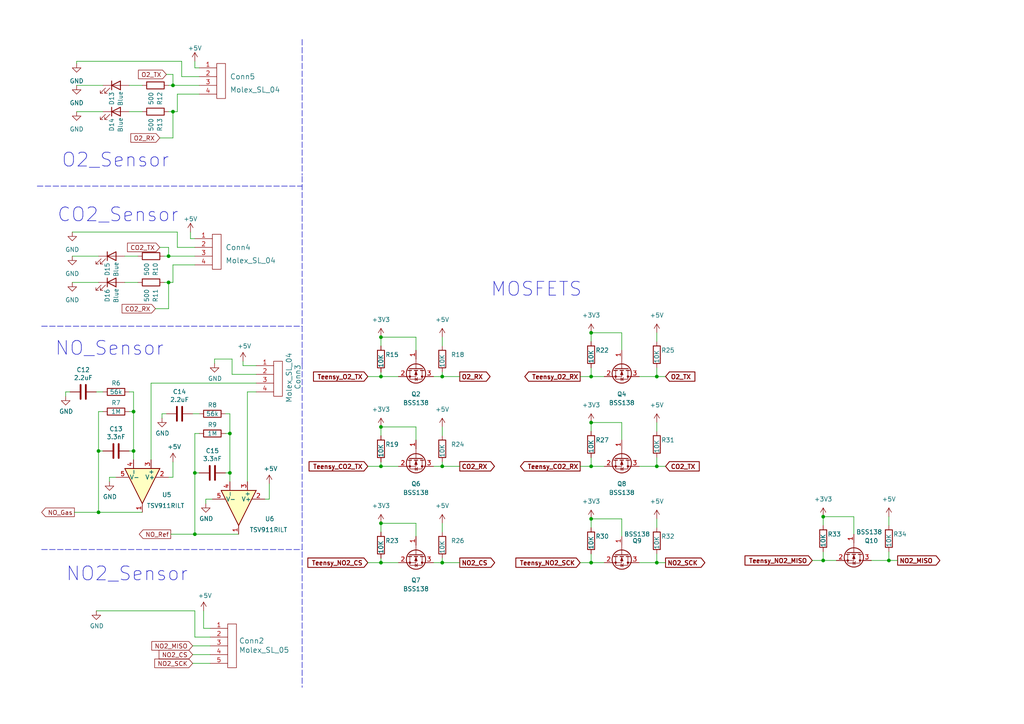
<source format=kicad_sch>
(kicad_sch (version 20211123) (generator eeschema)
  (paper "A4")
  (lib_symbols
    (symbol "Amplifier_Operational:TSV911RILT" (pin_names (offset 0.127))
      (property "Reference" "U" (at 0 5.08 0))
      (property "Value" "TSV911RILT" (at 0 -5.08 0))
      (symbol "TSV911RILT_0_1"
        (polyline (pts (xy -5.08 5.08) (xy 5.08 0) (xy -5.08 -5.08) (xy -5.08 5.08)) (stroke (width 0.254)) (fill (type background)))
        (pin power_in line (at -2.54 7.62 270) (length 3.81) (name "V+") (number "2"))
        (pin power_in line (at -2.54 -7.62 90) (length 3.81) (name "V-") (number "5"))
      )
      (symbol "TSV911RILT_1_1"
        (pin output line (at 7.62 0 180) (length 2.54) (name "~") (number "1"))
        (pin input line (at -7.62 2.54 0) (length 2.54) (name "+") (number "3"))
        (pin input line (at -7.62 -2.54 0) (length 2.54) (name "-") (number "4"))
      )
    )
    (symbol "Device:C" (pin_numbers hide) (pin_names (offset 0.254))
      (property "Reference" "C" (at 0.635 2.54 0))
      (property "Value" "C" (at 0.635 -2.54 0))
      (symbol "C_0_1"
        (polyline (pts (xy -2.032 -0.762) (xy 2.032 -0.762)) (stroke (width 0.508)))
        (polyline (pts (xy -2.032 0.762) (xy 2.032 0.762)) (stroke (width 0.508)))
      )
      (symbol "C_1_1"
        (pin passive line (at 0 3.81 270) (length 2.794) (name "~") (number "1"))
        (pin passive line (at 0 -3.81 90) (length 2.794) (name "~") (number "2"))
      )
    )
    (symbol "Device:LED" (pin_numbers hide) (pin_names (offset 1.016) hide)
      (property "Reference" "D" (at 0 2.54 0))
      (property "Value" "LED" (at 0 -2.54 0))
      (symbol "LED_0_1"
        (polyline (pts (xy -1.27 -1.27) (xy -1.27 1.27)) (stroke (width 0.254)))
        (polyline (pts (xy -1.27 0) (xy 1.27 0)))
        (polyline (pts (xy 1.27 -1.27) (xy 1.27 1.27) (xy -1.27 0) (xy 1.27 -1.27)) (stroke (width 0.254)))
        (polyline (pts (xy -3.048 -0.762) (xy -4.572 -2.286) (xy -3.81 -2.286) (xy -4.572 -2.286) (xy -4.572 -1.524)))
        (polyline (pts (xy -1.778 -0.762) (xy -3.302 -2.286) (xy -2.54 -2.286) (xy -3.302 -2.286) (xy -3.302 -1.524)))
      )
      (symbol "LED_1_1"
        (pin passive line (at -3.81 0 0) (length 2.54) (name "K") (number "1"))
        (pin passive line (at 3.81 0 180) (length 2.54) (name "A") (number "2"))
      )
    )
    (symbol "Device:Q_NMOS_GSD" (pin_names (offset 0) hide)
      (property "Reference" "Q" (at 5.08 1.27 0))
      (property "Value" "Q_NMOS_GSD" (at 5.08 -1.27 0))
      (symbol "Q_NMOS_GSD_0_1"
        (polyline (pts (xy 0.254 0) (xy -2.54 0)))
        (polyline (pts (xy 0.254 1.905) (xy 0.254 -1.905)) (stroke (width 0.254)))
        (polyline (pts (xy 0.762 -1.27) (xy 0.762 -2.286)) (stroke (width 0.254)))
        (polyline (pts (xy 0.762 0.508) (xy 0.762 -0.508)) (stroke (width 0.254)))
        (polyline (pts (xy 0.762 2.286) (xy 0.762 1.27)) (stroke (width 0.254)))
        (polyline (pts (xy 2.54 2.54) (xy 2.54 1.778)))
        (polyline (pts (xy 2.54 -2.54) (xy 2.54 0) (xy 0.762 0)))
        (polyline (pts (xy 0.762 -1.778) (xy 3.302 -1.778) (xy 3.302 1.778) (xy 0.762 1.778)))
        (polyline (pts (xy 1.016 0) (xy 2.032 0.381) (xy 2.032 -0.381) (xy 1.016 0)) (fill (type outline)))
        (polyline (pts (xy 2.794 0.508) (xy 2.921 0.381) (xy 3.683 0.381) (xy 3.81 0.254)))
        (polyline (pts (xy 3.302 0.381) (xy 2.921 -0.254) (xy 3.683 -0.254) (xy 3.302 0.381)))
        (circle (center 1.651 0) (radius 2.794) (stroke (width 0.254)))
        (circle (center 2.54 -1.778) (radius 0.254) (fill (type outline)))
        (circle (center 2.54 1.778) (radius 0.254) (fill (type outline)))
      )
      (symbol "Q_NMOS_GSD_1_1"
        (pin input line (at -5.08 0 0) (length 2.54) (name "G") (number "1"))
        (pin passive line (at 2.54 -5.08 90) (length 2.54) (name "S") (number "2"))
        (pin passive line (at 2.54 5.08 270) (length 2.54) (name "D") (number "3"))
      )
    )
    (symbol "Device:R" (pin_numbers hide) (pin_names (offset 0))
      (property "Reference" "R" (at 2.032 0 90))
      (property "Value" "R" (at 0 0 90))
      (symbol "R_0_1"
        (rectangle (start -1.016 -2.54) (end 1.016 2.54) (stroke (width 0.254)))
      )
      (symbol "R_1_1"
        (pin passive line (at 0 3.81 270) (length 1.27) (name "~") (number "1"))
        (pin passive line (at 0 -3.81 90) (length 1.27) (name "~") (number "2"))
      )
    )
    (symbol "MRDT_Connectors:Molex_SL_04" (pin_names (offset 1.016))
      (property "Reference" "Conn" (at 3.81 -1.27 0))
      (property "Value" "Molex_SL_04" (at 1.27 11.43 0))
      (symbol "Molex_SL_04_0_1"
        (rectangle (start 0 10.16) (end 2.54 0))
      )
      (symbol "Molex_SL_04_1_1"
        (pin input line (at -5.08 8.89 0) (length 5.08) (name "~") (number "1"))
        (pin input line (at -5.08 6.35 0) (length 5.08) (name "~") (number "2"))
        (pin input line (at -5.08 3.81 0) (length 5.08) (name "~") (number "3"))
        (pin input line (at -5.08 1.27 0) (length 5.08) (name "~") (number "4"))
      )
    )
    (symbol "MRDT_Connectors:Molex_SL_05" (pin_names (offset 1.016))
      (property "Reference" "Conn" (at 3.81 -1.27 0))
      (property "Value" "Molex_SL_05" (at 1.27 13.97 0))
      (symbol "Molex_SL_05_0_1"
        (rectangle (start 0 12.7) (end 2.54 0))
      )
      (symbol "Molex_SL_05_1_1"
        (pin input line (at -5.08 11.43 0) (length 5.08) (name "~") (number "1"))
        (pin input line (at -5.08 8.89 0) (length 5.08) (name "~") (number "2"))
        (pin input line (at -5.08 6.35 0) (length 5.08) (name "~") (number "3"))
        (pin input line (at -5.08 3.81 0) (length 5.08) (name "~") (number "4"))
        (pin input line (at -5.08 1.27 0) (length 5.08) (name "~") (number "5"))
      )
    )
    (symbol "power:+3V3" (power) (pin_names (offset 0))
      (property "Value" "+3V3" (at 0 3.556 0))
      (symbol "+3V3_0_1"
        (polyline (pts (xy -0.762 1.27) (xy 0 2.54)))
        (polyline (pts (xy 0 0) (xy 0 2.54)))
        (polyline (pts (xy 0 2.54) (xy 0.762 1.27)))
      )
      (symbol "+3V3_1_1"
        (pin power_in line (at 0 0 90) (length 0) hide (name "+3V3") (number "1"))
      )
    )
    (symbol "power:+5V" (power) (pin_names (offset 0))
      (property "Value" "+5V" (at 0 3.556 0))
      (symbol "+5V_0_1"
        (polyline (pts (xy -0.762 1.27) (xy 0 2.54)))
        (polyline (pts (xy 0 0) (xy 0 2.54)))
        (polyline (pts (xy 0 2.54) (xy 0.762 1.27)))
      )
      (symbol "+5V_1_1"
        (pin power_in line (at 0 0 90) (length 0) hide (name "+5V") (number "1"))
      )
    )
    (symbol "power:GND" (power) (pin_names (offset 0))
      (property "Value" "GND" (at 0 -3.81 0))
      (symbol "GND_0_1"
        (polyline (pts (xy 0 0) (xy 0 -1.27) (xy 1.27 -1.27) (xy 0 -2.54) (xy -1.27 -1.27) (xy 0 -1.27)))
      )
      (symbol "GND_1_1"
        (pin power_in line (at 0 0 270) (length 0) hide (name "GND") (number "1"))
      )
    )
  )
  (junction (at 238.76 162.56))
  (junction (at 171.45 96.52))
  (junction (at 238.76 149.86))
  (junction (at 171.45 122.555))
  (junction (at 257.81 162.56))
  (junction (at 128.27 135.255))
  (junction (at 171.45 150.495))
  (junction (at 48.895 81.915))
  (junction (at 66.675 125.73))
  (junction (at 110.49 97.79))
  (junction (at 110.49 109.22))
  (junction (at 56.515 137.16))
  (junction (at 171.45 135.255))
  (junction (at 171.45 163.195))
  (junction (at 28.575 130.81))
  (junction (at 190.5 135.255))
  (junction (at 110.49 123.825))
  (junction (at 48.895 74.295))
  (junction (at 28.575 148.59))
  (junction (at 190.5 109.22))
  (junction (at 56.515 154.94))
  (junction (at 110.49 135.255))
  (junction (at 50.165 32.385))
  (junction (at 128.27 163.195))
  (junction (at 110.49 151.765))
  (junction (at 38.735 119.38))
  (junction (at 190.5 163.195))
  (junction (at 171.45 109.22))
  (junction (at 50.165 24.765))
  (junction (at 110.49 163.195))
  (junction (at 128.27 109.22))
  (junction (at 66.675 137.16))
  (junction (at 38.735 130.81))
  (wire (pts (xy 120.65 97.79) (xy 110.49 97.79)))
  (wire (pts (xy 171.45 160.655) (xy 171.45 163.195)))
  (wire (pts (xy 56.515 184.785) (xy 56.515 177.165)))
  (wire (pts (xy 70.485 106.045) (xy 74.295 106.045)))
  (wire (pts (xy 51.435 71.755) (xy 51.435 67.31)))
  (wire (pts (xy 190.5 109.22) (xy 193.04 109.22)))
  (wire (pts (xy 28.575 119.38) (xy 28.575 130.81)))
  (wire (pts (xy 171.45 96.52) (xy 171.45 99.06)))
  (wire (pts (xy 171.45 150.495) (xy 171.45 153.035)))
  (wire (pts (xy 65.405 137.16) (xy 66.675 137.16)))
  (wire (pts (xy 46.355 40.005) (xy 50.165 40.005)))
  (wire (pts (xy 50.165 24.765) (xy 57.785 24.765)))
  (wire (pts (xy 38.735 130.81) (xy 38.735 133.35)))
  (wire (pts (xy 37.465 32.385) (xy 41.275 32.385)))
  (wire (pts (xy 78.105 140.335) (xy 78.105 144.78)))
  (wire (pts (xy 106.68 109.22) (xy 110.49 109.22)))
  (polyline (pts (xy 87.63 11.43) (xy 87.63 50.8)))
  (wire (pts (xy 106.68 135.255) (xy 110.49 135.255)))
  (wire (pts (xy 50.165 40.005) (xy 50.165 32.385)))
  (polyline (pts (xy 87.63 148.59) (xy 87.63 199.39)))
  (wire (pts (xy 59.69 144.78) (xy 59.69 146.05)))
  (wire (pts (xy 57.785 27.305) (xy 51.435 27.305)))
  (wire (pts (xy 61.595 144.78) (xy 59.69 144.78)))
  (wire (pts (xy 56.515 154.94) (xy 69.215 154.94)))
  (wire (pts (xy 190.5 106.68) (xy 190.5 109.22)))
  (wire (pts (xy 49.53 154.94) (xy 56.515 154.94)))
  (wire (pts (xy 50.165 76.835) (xy 50.165 81.915)))
  (wire (pts (xy 190.5 160.655) (xy 190.5 163.195)))
  (wire (pts (xy 48.26 120.015) (xy 46.99 120.015)))
  (wire (pts (xy 190.5 135.255) (xy 193.04 135.255)))
  (wire (pts (xy 37.465 119.38) (xy 38.735 119.38)))
  (wire (pts (xy 50.165 21.59) (xy 50.165 24.765)))
  (wire (pts (xy 50.165 32.385) (xy 48.895 32.385)))
  (wire (pts (xy 59.055 182.245) (xy 59.055 177.165)))
  (wire (pts (xy 171.45 122.555) (xy 171.45 125.095)))
  (wire (pts (xy 171.45 132.715) (xy 171.45 135.255)))
  (wire (pts (xy 171.45 135.255) (xy 175.26 135.255)))
  (wire (pts (xy 235.585 162.56) (xy 238.76 162.56)))
  (wire (pts (xy 74.295 111.125) (xy 43.815 111.125)))
  (wire (pts (xy 247.65 149.86) (xy 238.76 149.86)))
  (wire (pts (xy 238.76 149.86) (xy 238.76 152.4)))
  (wire (pts (xy 50.165 138.43) (xy 48.895 138.43)))
  (wire (pts (xy 115.57 135.255) (xy 110.49 135.255)))
  (wire (pts (xy 257.81 149.86) (xy 257.81 152.4)))
  (wire (pts (xy 190.5 150.495) (xy 190.5 153.035)))
  (wire (pts (xy 110.49 109.22) (xy 110.49 107.95)))
  (wire (pts (xy 37.465 130.81) (xy 38.735 130.81)))
  (wire (pts (xy 190.5 96.52) (xy 190.5 99.06)))
  (wire (pts (xy 190.5 163.195) (xy 185.42 163.195)))
  (wire (pts (xy 28.575 148.59) (xy 41.275 148.59)))
  (wire (pts (xy 106.68 163.195) (xy 110.49 163.195)))
  (wire (pts (xy 128.27 135.255) (xy 128.27 133.985)))
  (wire (pts (xy 20.955 74.295) (xy 28.575 74.295)))
  (wire (pts (xy 57.785 120.015) (xy 55.88 120.015)))
  (wire (pts (xy 190.5 109.22) (xy 185.42 109.22)))
  (wire (pts (xy 128.27 135.255) (xy 133.35 135.255)))
  (wire (pts (xy 110.49 151.765) (xy 110.49 154.305)))
  (wire (pts (xy 67.31 104.14) (xy 62.23 104.14)))
  (wire (pts (xy 238.76 162.56) (xy 242.57 162.56)))
  (wire (pts (xy 120.65 101.6) (xy 120.65 97.79)))
  (wire (pts (xy 57.785 22.225) (xy 52.705 22.225)))
  (wire (pts (xy 56.515 69.215) (xy 55.245 69.215)))
  (wire (pts (xy 66.675 120.015) (xy 66.675 125.73)))
  (wire (pts (xy 180.34 122.555) (xy 171.45 122.555)))
  (wire (pts (xy 180.34 150.495) (xy 171.45 150.495)))
  (wire (pts (xy 45.085 89.535) (xy 48.895 89.535)))
  (wire (pts (xy 110.49 123.825) (xy 110.49 126.365)))
  (wire (pts (xy 115.57 163.195) (xy 110.49 163.195)))
  (wire (pts (xy 29.845 113.665) (xy 27.94 113.665)))
  (wire (pts (xy 71.755 113.665) (xy 71.755 139.7)))
  (wire (pts (xy 78.105 144.78) (xy 76.835 144.78)))
  (wire (pts (xy 28.575 130.81) (xy 28.575 148.59)))
  (wire (pts (xy 171.45 106.68) (xy 171.45 109.22)))
  (wire (pts (xy 257.81 162.56) (xy 252.73 162.56)))
  (wire (pts (xy 22.225 32.385) (xy 29.845 32.385)))
  (wire (pts (xy 110.49 135.255) (xy 110.49 133.985)))
  (wire (pts (xy 115.57 109.22) (xy 110.49 109.22)))
  (wire (pts (xy 57.785 125.73) (xy 56.515 125.73)))
  (wire (pts (xy 38.735 113.665) (xy 38.735 119.38)))
  (wire (pts (xy 128.27 123.825) (xy 128.27 126.365)))
  (wire (pts (xy 56.515 177.165) (xy 27.94 177.165)))
  (wire (pts (xy 48.895 74.295) (xy 56.515 74.295)))
  (wire (pts (xy 22.225 17.78) (xy 22.225 18.415)))
  (wire (pts (xy 67.31 108.585) (xy 74.295 108.585)))
  (wire (pts (xy 57.785 19.685) (xy 56.515 19.685)))
  (wire (pts (xy 51.435 27.305) (xy 51.435 32.385)))
  (wire (pts (xy 168.275 135.255) (xy 171.45 135.255)))
  (wire (pts (xy 50.165 133.985) (xy 50.165 138.43)))
  (wire (pts (xy 50.165 81.915) (xy 48.895 81.915)))
  (wire (pts (xy 60.96 184.785) (xy 56.515 184.785)))
  (wire (pts (xy 57.785 137.16) (xy 56.515 137.16)))
  (wire (pts (xy 21.59 148.59) (xy 28.575 148.59)))
  (wire (pts (xy 48.26 21.59) (xy 50.165 21.59)))
  (polyline (pts (xy 12.065 159.385) (xy 87.63 159.385)))
  (wire (pts (xy 66.675 137.16) (xy 66.675 139.7)))
  (wire (pts (xy 56.515 19.685) (xy 56.515 17.78)))
  (wire (pts (xy 48.895 89.535) (xy 48.895 81.915)))
  (wire (pts (xy 190.5 132.715) (xy 190.5 135.255)))
  (wire (pts (xy 48.895 81.915) (xy 47.625 81.915)))
  (wire (pts (xy 238.76 160.02) (xy 238.76 162.56)))
  (wire (pts (xy 125.73 163.195) (xy 128.27 163.195)))
  (wire (pts (xy 38.735 130.81) (xy 38.735 119.38)))
  (wire (pts (xy 128.27 151.765) (xy 128.27 154.305)))
  (wire (pts (xy 120.65 123.825) (xy 110.49 123.825)))
  (wire (pts (xy 36.195 74.295) (xy 40.005 74.295)))
  (wire (pts (xy 120.65 155.575) (xy 120.65 151.765)))
  (wire (pts (xy 60.96 182.245) (xy 59.055 182.245)))
  (wire (pts (xy 46.355 71.755) (xy 48.895 71.755)))
  (wire (pts (xy 120.65 127.635) (xy 120.65 123.825)))
  (wire (pts (xy 20.32 113.665) (xy 19.05 113.665)))
  (wire (pts (xy 51.435 32.385) (xy 50.165 32.385)))
  (wire (pts (xy 48.895 71.755) (xy 48.895 74.295)))
  (wire (pts (xy 38.735 113.665) (xy 37.465 113.665)))
  (wire (pts (xy 56.515 137.16) (xy 56.515 154.94)))
  (wire (pts (xy 56.515 76.835) (xy 50.165 76.835)))
  (wire (pts (xy 65.405 125.73) (xy 66.675 125.73)))
  (polyline (pts (xy 10.795 53.975) (xy 87.63 53.975)))
  (wire (pts (xy 48.895 24.765) (xy 50.165 24.765)))
  (wire (pts (xy 247.65 154.94) (xy 247.65 149.86)))
  (wire (pts (xy 62.23 104.14) (xy 62.23 105.41)))
  (wire (pts (xy 180.34 101.6) (xy 180.34 96.52)))
  (wire (pts (xy 60.96 192.405) (xy 55.88 192.405)))
  (wire (pts (xy 128.27 109.22) (xy 133.35 109.22)))
  (wire (pts (xy 190.5 135.255) (xy 185.42 135.255)))
  (wire (pts (xy 168.275 109.22) (xy 171.45 109.22)))
  (wire (pts (xy 37.465 24.765) (xy 41.275 24.765)))
  (wire (pts (xy 128.27 109.22) (xy 128.27 107.95)))
  (wire (pts (xy 66.675 120.015) (xy 65.405 120.015)))
  (wire (pts (xy 46.99 120.015) (xy 46.99 121.285)))
  (wire (pts (xy 56.515 71.755) (xy 51.435 71.755)))
  (wire (pts (xy 168.275 163.195) (xy 171.45 163.195)))
  (wire (pts (xy 180.34 96.52) (xy 171.45 96.52)))
  (wire (pts (xy 51.435 67.31) (xy 20.955 67.31)))
  (wire (pts (xy 180.34 127.635) (xy 180.34 122.555)))
  (wire (pts (xy 36.195 81.915) (xy 40.005 81.915)))
  (wire (pts (xy 19.05 113.665) (xy 19.05 114.935)))
  (wire (pts (xy 128.27 163.195) (xy 128.27 161.925)))
  (wire (pts (xy 74.295 113.665) (xy 71.755 113.665)))
  (wire (pts (xy 31.75 138.43) (xy 31.75 139.7)))
  (wire (pts (xy 33.655 138.43) (xy 31.75 138.43)))
  (wire (pts (xy 128.27 97.79) (xy 128.27 100.33)))
  (wire (pts (xy 120.65 151.765) (xy 110.49 151.765)))
  (wire (pts (xy 171.45 163.195) (xy 175.26 163.195)))
  (wire (pts (xy 43.815 111.125) (xy 43.815 133.35)))
  (wire (pts (xy 60.96 187.325) (xy 55.88 187.325)))
  (wire (pts (xy 128.27 163.195) (xy 133.35 163.195)))
  (wire (pts (xy 190.5 122.555) (xy 190.5 125.095)))
  (wire (pts (xy 52.705 22.225) (xy 52.705 17.78)))
  (wire (pts (xy 56.515 125.73) (xy 56.515 137.16)))
  (wire (pts (xy 47.625 74.295) (xy 48.895 74.295)))
  (wire (pts (xy 125.73 135.255) (xy 128.27 135.255)))
  (wire (pts (xy 55.245 69.215) (xy 55.245 67.31)))
  (wire (pts (xy 110.49 163.195) (xy 110.49 161.925)))
  (wire (pts (xy 190.5 163.195) (xy 193.04 163.195)))
  (wire (pts (xy 66.675 137.16) (xy 66.675 125.73)))
  (wire (pts (xy 52.705 17.78) (xy 22.225 17.78)))
  (wire (pts (xy 29.845 130.81) (xy 28.575 130.81)))
  (wire (pts (xy 257.81 160.02) (xy 257.81 162.56)))
  (wire (pts (xy 20.955 81.915) (xy 28.575 81.915)))
  (wire (pts (xy 67.31 104.14) (xy 67.31 108.585)))
  (wire (pts (xy 110.49 97.79) (xy 110.49 100.33)))
  (polyline (pts (xy 87.63 105.41) (xy 87.63 148.59)))
  (wire (pts (xy 70.485 106.045) (xy 70.485 104.775)))
  (wire (pts (xy 22.225 24.765) (xy 29.845 24.765)))
  (wire (pts (xy 257.81 162.56) (xy 260.35 162.56)))
  (wire (pts (xy 60.96 189.865) (xy 55.88 189.865)))
  (wire (pts (xy 171.45 109.22) (xy 175.26 109.22)))
  (polyline (pts (xy 12.065 94.615) (xy 87.63 94.615)))
  (polyline (pts (xy 87.63 105.41) (xy 87.63 50.8)))
  (wire (pts (xy 125.73 109.22) (xy 128.27 109.22)))
  (wire (pts (xy 29.845 119.38) (xy 28.575 119.38)))
  (wire (pts (xy 180.34 155.575) (xy 180.34 150.495)))
  (text "MOSFETS" (at 142.24 86.36 0) (effects (font (size 4 4)) (justify left bottom)))
  (text "O2_Sensor" (at 17.78 48.895 0) (effects (font (size 4 4)) (justify left bottom)))
  (text "NO_Sensor" (at 15.875 103.505 0) (effects (font (size 4 4)) (justify left bottom)))
  (text "NO2_Sensor" (at 19.05 168.91 0) (effects (font (size 4 4)) (justify left bottom)))
  (text "CO2_Sensor" (at 16.51 64.77 0) (effects (font (size 4 4)) (justify left bottom)))
  (global_label "NO2_MISO" (shape input) (at 55.88 187.325 180) (property "Intersheet References" "${INTERSHEET_REFS}" (effects hide)))
  (global_label "NO2_SCK" (shape output) (at 193.04 163.195 0) (effects (font bold)) (property "Intersheet References" "${INTERSHEET_REFS}" (effects hide)))
  (global_label "O2_RX" (shape input) (at 46.355 40.005 180) (property "Intersheet References" "${INTERSHEET_REFS}" (effects hide)))
  (global_label "Teensy_O2_RX" (shape output) (at 168.275 109.22 180) (effects (font bold)) (property "Intersheet References" "${INTERSHEET_REFS}" (effects hide)))
  (global_label "NO2_CS" (shape output) (at 133.35 163.195 0) (effects (font bold)) (property "Intersheet References" "${INTERSHEET_REFS}" (effects hide)))
  (global_label "O2_RX" (shape output) (at 133.35 109.22 0) (effects (font bold)) (property "Intersheet References" "${INTERSHEET_REFS}" (effects hide)))
  (global_label "CO2_RX" (shape output) (at 133.35 135.255 0) (effects (font bold)) (property "Intersheet References" "${INTERSHEET_REFS}" (effects hide)))
  (global_label "Teensy_NO2_MISO" (shape input) (at 235.585 162.56 180) (effects (font bold)) (property "Intersheet References" "${INTERSHEET_REFS}" (effects hide)))
  (global_label "O2_TX" (shape input) (at 48.26 21.59 180) (property "Intersheet References" "${INTERSHEET_REFS}" (effects hide)))
  (global_label "Teensy_NO2_CS" (shape input) (at 106.68 163.195 180) (effects (font bold)) (property "Intersheet References" "${INTERSHEET_REFS}" (effects hide)))
  (global_label "NO_Gas" (shape output) (at 21.59 148.59 180) (property "Intersheet References" "${INTERSHEET_REFS}" (effects hide)))
  (global_label "O2_TX" (shape input) (at 193.04 109.22 0) (effects (font bold)) (property "Intersheet References" "${INTERSHEET_REFS}" (effects hide)))
  (global_label "NO_Ref" (shape output) (at 49.53 154.94 180) (property "Intersheet References" "${INTERSHEET_REFS}" (effects hide)))
  (global_label "NO2_CS" (shape input) (at 55.88 189.865 180) (property "Intersheet References" "${INTERSHEET_REFS}" (effects hide)))
  (global_label "CO2_RX" (shape input) (at 45.085 89.535 180) (property "Intersheet References" "${INTERSHEET_REFS}" (effects hide)))
  (global_label "Teensy_CO2_RX" (shape output) (at 168.275 135.255 180) (effects (font bold)) (property "Intersheet References" "${INTERSHEET_REFS}" (effects hide)))
  (global_label "Teensy_NO2_SCK" (shape input) (at 168.275 163.195 180) (effects (font bold)) (property "Intersheet References" "${INTERSHEET_REFS}" (effects hide)))
  (global_label "Teensy_O2_TX" (shape input) (at 106.68 109.22 180) (effects (font bold)) (property "Intersheet References" "${INTERSHEET_REFS}" (effects hide)))
  (global_label "NO2_SCK" (shape input) (at 55.88 192.405 180) (property "Intersheet References" "${INTERSHEET_REFS}" (effects hide)))
  (global_label "Teensy_CO2_TX" (shape input) (at 106.68 135.255 180) (effects (font bold)) (property "Intersheet References" "${INTERSHEET_REFS}" (effects hide)))
  (global_label "NO2_MISO" (shape output) (at 260.35 162.56 0) (effects (font bold)) (property "Intersheet References" "${INTERSHEET_REFS}" (effects hide)))
  (global_label "CO2_TX" (shape input) (at 193.04 135.255 0) (effects (font bold)) (property "Intersheet References" "${INTERSHEET_REFS}" (effects hide)))
  (global_label "CO2_TX" (shape input) (at 46.355 71.755 180) (property "Intersheet References" "${INTERSHEET_REFS}" (effects hide)))
  (symbol (lib_id "Device:C") (at 24.13 113.665 270) (unit 1)
    (property "Reference" "C12" (at 24.13 107.2642 90))
    (property "Value" "2.2uF" (at 24.13 109.5756 90))
    (property "Footprint" "Capacitor_SMD:C_0603_1608Metric_Pad1.08x0.95mm_HandSolder" (effects hide))
  )
  (symbol (lib_id "Device:Q_NMOS_GSD") (at 180.34 132.715 270) (unit 1)
    (property "Reference" "Q8" (at 180.34 140.335 90))
    (property "Value" "BSS138" (at 180.34 142.875 90))
  )
  (symbol (lib_id "Device:R") (at 190.5 102.87 0) (unit 1)
    (property "Reference" "R25" (at 191.77 101.6 0) (effects (justify left)))
    (property "Value" "10K" (at 190.5 105.41 90) (effects (justify left)))
  )
  (symbol (lib_id "power:+5V") (at 190.5 122.555 0) (unit 1)
    (property "Reference" "#PWR0115" (effects hide))
    (property "Value" "+5V" (at 190.5 117.475 0))
  )
  (symbol (lib_id "power:+3V3") (at 171.45 96.52 0) (unit 1)
    (property "Reference" "#PWR034" (effects hide))
    (property "Value" "+3V3" (at 171.45 91.44 0))
  )
  (symbol (lib_id "power:+3V3") (at 238.76 149.86 0) (unit 1)
    (property "Reference" "#PWR0119" (effects hide))
    (property "Value" "+3V3" (at 238.76 144.78 0))
  )
  (symbol (lib_id "Device:R") (at 61.595 120.015 270) (unit 1)
    (property "Reference" "R8" (at 61.595 117.475 90))
    (property "Value" "56k" (at 61.595 120.015 90))
    (property "Footprint" "Resistor_SMD:R_0603_1608Metric_Pad0.98x0.95mm_HandSolder" (effects hide))
  )
  (symbol (lib_id "Device:R") (at 110.49 104.14 0) (unit 1)
    (property "Reference" "R15" (at 111.76 102.87 0) (effects (justify left)))
    (property "Value" "10K" (at 110.49 106.68 90) (effects (justify left)))
  )
  (symbol (lib_id "power:GND") (at 27.94 177.165 0) (unit 1)
    (property "Reference" "#PWR0108" (effects hide))
    (property "Value" "GND" (at 28.067 181.5592 0))
  )
  (symbol (lib_id "power:GND") (at 59.69 146.05 0) (unit 1)
    (property "Reference" "#PWR0107" (effects hide))
    (property "Value" "GND" (at 59.817 150.4442 0))
  )
  (symbol (lib_id "Device:Q_NMOS_GSD") (at 180.34 160.655 270) (unit 1)
    (property "Reference" "Q9" (at 184.785 156.845 90))
    (property "Value" "BSS138" (at 184.785 154.94 90))
  )
  (symbol (lib_id "Device:R") (at 128.27 130.175 0) (unit 1)
    (property "Reference" "R24" (at 130.81 128.9049 0) (effects (justify left)))
    (property "Value" "10K" (at 128.27 132.715 90) (effects (justify left)))
  )
  (symbol (lib_id "Device:R") (at 171.45 102.87 0) (unit 1)
    (property "Reference" "R22" (at 172.72 101.6 0) (effects (justify left)))
    (property "Value" "10K" (at 171.45 105.41 90) (effects (justify left)))
  )
  (symbol (lib_id "power:+5V") (at 128.27 97.79 0) (unit 1)
    (property "Reference" "#PWR032" (effects hide))
    (property "Value" "+5V" (at 128.27 92.71 0))
  )
  (symbol (lib_id "Device:R") (at 128.27 158.115 0) (unit 1)
    (property "Reference" "R26" (at 130.81 156.8449 0) (effects (justify left)))
    (property "Value" "10K" (at 128.27 160.655 90) (effects (justify left)))
  )
  (symbol (lib_id "Device:C") (at 33.655 130.81 270) (unit 1)
    (property "Reference" "C13" (at 33.655 124.4092 90))
    (property "Value" "3.3nF" (at 33.655 126.7206 90))
    (property "Footprint" "Capacitor_SMD:C_0603_1608Metric_Pad1.08x0.95mm_HandSolder" (effects hide))
  )
  (symbol (lib_id "Device:R") (at 171.45 128.905 0) (unit 1)
    (property "Reference" "R27" (at 172.72 127.635 0) (effects (justify left)))
    (property "Value" "10K" (at 171.45 131.445 90) (effects (justify left)))
  )
  (symbol (lib_id "Device:R") (at 110.49 130.175 0) (unit 1)
    (property "Reference" "R19" (at 111.76 128.905 0) (effects (justify left)))
    (property "Value" "10K" (at 110.49 132.715 90) (effects (justify left)))
  )
  (symbol (lib_id "power:+5V") (at 50.165 133.985 0) (unit 1)
    (property "Reference" "#PWR0110" (effects hide))
    (property "Value" "+5V" (at 50.546 129.5908 0))
  )
  (symbol (lib_id "Device:Q_NMOS_GSD") (at 120.65 132.715 270) (unit 1)
    (property "Reference" "Q6" (at 120.65 140.335 90))
    (property "Value" "BSS138" (at 120.65 142.875 90))
  )
  (symbol (lib_id "power:+5V") (at 257.81 149.86 0) (unit 1)
    (property "Reference" "#PWR0120" (effects hide))
    (property "Value" "+5V" (at 257.81 144.78 0))
  )
  (symbol (lib_id "Device:LED") (at 32.385 81.915 0) (unit 1)
    (property "Reference" "D16" (at 31.115 85.725 90))
    (property "Value" "Blue" (at 33.655 85.725 90))
  )
  (symbol (lib_id "Device:C") (at 61.595 137.16 270) (unit 1)
    (property "Reference" "C15" (at 61.595 130.7592 90))
    (property "Value" "3.3nF" (at 61.595 133.0706 90))
    (property "Footprint" "Capacitor_SMD:C_0603_1608Metric_Pad1.08x0.95mm_HandSolder" (effects hide))
  )
  (symbol (lib_id "power:+5V") (at 190.5 96.52 0) (unit 1)
    (property "Reference" "#PWR035" (effects hide))
    (property "Value" "+5V" (at 190.5 91.44 0))
  )
  (symbol (lib_id "power:GND") (at 20.955 74.295 0) (unit 1)
    (property "Reference" "#PWR021" (effects hide))
    (property "Value" "GND" (at 20.955 79.375 0))
  )
  (symbol (lib_id "Device:R") (at 128.27 104.14 0) (unit 1)
    (property "Reference" "R18" (at 130.81 102.8699 0) (effects (justify left)))
    (property "Value" "10K" (at 128.27 106.68 90) (effects (justify left)))
  )
  (symbol (lib_id "Amplifier_Operational:TSV911RILT") (at 41.275 140.97 270) (unit 1)
    (property "Reference" "U5" (at 46.99 143.51 90) (effects (justify left)))
    (property "Value" "TSV911RILT" (at 42.545 146.685 90) (effects (justify left)))
    (property "Footprint" "Package_TO_SOT_SMD:SOT-23-5" (effects hide))
    (property "Datasheet" "www.st.com/resource/en/datasheet/tsv911.pdf" (effects hide))
  )
  (symbol (lib_id "Device:R") (at 33.655 113.665 270) (unit 1)
    (property "Reference" "R6" (at 33.655 111.125 90))
    (property "Value" "56k" (at 33.655 113.665 90))
    (property "Footprint" "Resistor_SMD:R_0603_1608Metric_Pad0.98x0.95mm_HandSolder" (effects hide))
  )
  (symbol (lib_id "Device:R") (at 43.815 81.915 90) (unit 1)
    (property "Reference" "R11" (at 45.085 85.725 0))
    (property "Value" "500" (at 42.545 85.725 0))
  )
  (symbol (lib_id "power:+5V") (at 128.27 151.765 0) (unit 1)
    (property "Reference" "#PWR0116" (effects hide))
    (property "Value" "+5V" (at 128.27 146.685 0))
  )
  (symbol (lib_id "Device:R") (at 110.49 158.115 0) (unit 1)
    (property "Reference" "R23" (at 111.76 156.845 0) (effects (justify left)))
    (property "Value" "10K" (at 110.49 160.655 90) (effects (justify left)))
  )
  (symbol (lib_id "power:GND") (at 20.955 67.31 0) (unit 1)
    (property "Reference" "#PWR020" (effects hide))
    (property "Value" "GND" (at 20.955 72.39 0))
  )
  (symbol (lib_id "power:+3V3") (at 171.45 122.555 0) (unit 1)
    (property "Reference" "#PWR0114" (effects hide))
    (property "Value" "+3V3" (at 171.45 117.475 0))
  )
  (symbol (lib_id "Device:Q_NMOS_GSD") (at 120.65 160.655 270) (unit 1)
    (property "Reference" "Q7" (at 120.65 168.275 90))
    (property "Value" "BSS138" (at 120.65 170.815 90))
  )
  (symbol (lib_id "Device:R") (at 33.655 119.38 270) (unit 1)
    (property "Reference" "R7" (at 33.655 116.84 90))
    (property "Value" "1M" (at 33.655 119.38 90))
    (property "Footprint" "Resistor_SMD:R_0603_1608Metric_Pad0.98x0.95mm_HandSolder" (effects hide))
  )
  (symbol (lib_id "power:GND") (at 62.23 105.41 0) (unit 1)
    (property "Reference" "#PWR0103" (effects hide))
    (property "Value" "GND" (at 62.357 109.8042 0))
  )
  (symbol (lib_id "MRDT_Connectors:Molex_SL_04") (at 79.375 114.935 0) (unit 1)
    (property "Reference" "Conn3" (at 86.36 113.03 90) (effects (font (size 1.524 1.524)) (justify left)))
    (property "Value" "Molex_SL_04" (at 83.82 116.84 90) (effects (font (size 1.524 1.524)) (justify left)))
    (property "Footprint" "MRDT_Connectors:MOLEX_SL_04_Horizontal" (effects hide))
  )
  (symbol (lib_id "power:+5V") (at 59.055 177.165 0) (unit 1)
    (property "Reference" "#PWR0109" (effects hide))
    (property "Value" "+5V" (at 59.436 172.7708 0))
  )
  (symbol (lib_id "power:+3V3") (at 110.49 123.825 0) (unit 1)
    (property "Reference" "#PWR0101" (effects hide))
    (property "Value" "+3V3" (at 110.49 118.745 0))
  )
  (symbol (lib_id "Device:R") (at 238.76 156.21 0) (unit 1)
    (property "Reference" "R33" (at 240.03 154.94 0) (effects (justify left)))
    (property "Value" "10K" (at 238.76 158.75 90) (effects (justify left)))
  )
  (symbol (lib_id "power:+3V3") (at 110.49 97.79 0) (unit 1)
    (property "Reference" "#PWR031" (effects hide))
    (property "Value" "+3V3" (at 110.49 92.71 0))
  )
  (symbol (lib_id "power:GND") (at 20.955 81.915 0) (unit 1)
    (property "Reference" "#PWR022" (effects hide))
    (property "Value" "GND" (at 20.955 86.995 0))
  )
  (symbol (lib_id "power:GND") (at 22.225 18.415 0) (unit 1)
    (property "Reference" "#PWR017" (effects hide))
    (property "Value" "GND" (at 22.225 23.495 0))
  )
  (symbol (lib_id "Device:R") (at 45.085 32.385 90) (unit 1)
    (property "Reference" "R13" (at 46.355 36.195 0))
    (property "Value" "500" (at 43.815 36.195 0))
  )
  (symbol (lib_id "Device:LED") (at 33.655 24.765 0) (unit 1)
    (property "Reference" "D13" (at 32.385 28.575 90))
    (property "Value" "Blue" (at 34.925 28.575 90))
  )
  (symbol (lib_id "Device:R") (at 61.595 125.73 270) (unit 1)
    (property "Reference" "R9" (at 61.595 123.19 90))
    (property "Value" "1M" (at 61.595 125.73 90))
    (property "Footprint" "Resistor_SMD:R_0603_1608Metric_Pad0.98x0.95mm_HandSolder" (effects hide))
  )
  (symbol (lib_id "MRDT_Connectors:Molex_SL_04") (at 61.595 78.105 0) (unit 1)
    (property "Reference" "Conn4" (at 65.405 71.755 0) (effects (font (size 1.524 1.524)) (justify left)))
    (property "Value" "Molex_SL_04" (at 65.405 75.565 0) (effects (font (size 1.524 1.524)) (justify left)))
  )
  (symbol (lib_id "Device:C") (at 52.07 120.015 270) (unit 1)
    (property "Reference" "C14" (at 52.07 113.6142 90))
    (property "Value" "2.2uF" (at 52.07 115.9256 90))
    (property "Footprint" "Capacitor_SMD:C_0603_1608Metric_Pad1.08x0.95mm_HandSolder" (effects hide))
  )
  (symbol (lib_id "Device:LED") (at 33.655 32.385 0) (unit 1)
    (property "Reference" "D14" (at 32.385 36.195 90))
    (property "Value" "Blue" (at 34.925 36.195 90))
  )
  (symbol (lib_id "Device:Q_NMOS_GSD") (at 180.34 106.68 270) (unit 1)
    (property "Reference" "Q4" (at 180.34 114.3 90))
    (property "Value" "BSS138" (at 180.34 116.84 90))
  )
  (symbol (lib_id "power:GND") (at 46.99 121.285 0) (unit 1)
    (property "Reference" "#PWR0111" (effects hide))
    (property "Value" "GND" (at 47.117 125.6792 0))
  )
  (symbol (lib_id "Device:R") (at 171.45 156.845 0) (unit 1)
    (property "Reference" "R30" (at 172.72 155.575 0) (effects (justify left)))
    (property "Value" "10K" (at 171.45 159.385 90) (effects (justify left)))
  )
  (symbol (lib_id "power:+5V") (at 56.515 17.78 0) (unit 1)
    (property "Reference" "#PWR025" (effects hide))
    (property "Value" "+5V" (at 56.515 13.97 0))
  )
  (symbol (lib_id "power:GND") (at 31.75 139.7 0) (unit 1)
    (property "Reference" "#PWR0112" (effects hide))
    (property "Value" "GND" (at 31.877 144.0942 0))
  )
  (symbol (lib_id "Device:Q_NMOS_GSD") (at 120.65 106.68 270) (unit 1)
    (property "Reference" "Q2" (at 120.65 114.3 90))
    (property "Value" "BSS138" (at 120.65 116.84 90))
  )
  (symbol (lib_id "Amplifier_Operational:TSV911RILT") (at 69.215 147.32 270) (unit 1)
    (property "Reference" "U6" (at 76.835 150.495 90) (effects (justify left)))
    (property "Value" "TSV911RILT" (at 72.39 153.67 90) (effects (justify left)))
    (property "Footprint" "Package_TO_SOT_SMD:SOT-23-5" (effects hide))
    (property "Datasheet" "www.st.com/resource/en/datasheet/tsv911.pdf" (effects hide))
  )
  (symbol (lib_id "MRDT_Connectors:Molex_SL_04") (at 62.865 28.575 0) (unit 1)
    (property "Reference" "Conn5" (at 66.675 22.225 0) (effects (font (size 1.524 1.524)) (justify left)))
    (property "Value" "Molex_SL_04" (at 66.675 26.035 0) (effects (font (size 1.524 1.524)) (justify left)))
  )
  (symbol (lib_id "power:+5V") (at 78.105 140.335 0) (unit 1)
    (property "Reference" "#PWR0104" (effects hide))
    (property "Value" "+5V" (at 78.486 135.9408 0))
  )
  (symbol (lib_id "power:+5V") (at 70.485 104.775 0) (unit 1)
    (property "Reference" "#PWR0105" (effects hide))
    (property "Value" "+5V" (at 70.866 100.3808 0))
  )
  (symbol (lib_id "power:+3V3") (at 171.45 150.495 0) (unit 1)
    (property "Reference" "#PWR0118" (effects hide))
    (property "Value" "+3V3" (at 171.45 145.415 0))
  )
  (symbol (lib_id "power:+5V") (at 190.5 150.495 0) (unit 1)
    (property "Reference" "#PWR0117" (effects hide))
    (property "Value" "+5V" (at 190.5 145.415 0))
  )
  (symbol (lib_id "Device:LED") (at 32.385 74.295 0) (unit 1)
    (property "Reference" "D15" (at 31.115 78.105 90))
    (property "Value" "Blue" (at 33.655 78.105 90))
  )
  (symbol (lib_id "Device:R") (at 43.815 74.295 90) (unit 1)
    (property "Reference" "R10" (at 45.085 78.105 0))
    (property "Value" "500" (at 42.545 78.105 0))
  )
  (symbol (lib_id "power:GND") (at 19.05 114.935 0) (unit 1)
    (property "Reference" "#PWR0106" (effects hide))
    (property "Value" "GND" (at 19.177 119.3292 0))
  )
  (symbol (lib_id "Device:R") (at 45.085 24.765 90) (unit 1)
    (property "Reference" "R12" (at 46.355 28.575 0))
    (property "Value" "500" (at 43.815 28.575 0))
  )
  (symbol (lib_id "power:+5V") (at 55.245 67.31 0) (unit 1)
    (property "Reference" "#PWR026" (effects hide))
    (property "Value" "+5V" (at 55.245 63.5 0))
  )
  (symbol (lib_id "power:+3V3") (at 110.49 151.765 0) (unit 1)
    (property "Reference" "#PWR0102" (effects hide))
    (property "Value" "+3V3" (at 110.49 146.685 0))
  )
  (symbol (lib_id "power:GND") (at 22.225 32.385 0) (unit 1)
    (property "Reference" "#PWR019" (effects hide))
    (property "Value" "GND" (at 22.225 37.465 0))
  )
  (symbol (lib_id "Device:R") (at 190.5 156.845 0) (unit 1)
    (property "Reference" "R32" (at 191.77 155.575 0) (effects (justify left)))
    (property "Value" "10K" (at 190.5 159.385 90) (effects (justify left)))
  )
  (symbol (lib_id "power:GND") (at 22.225 24.765 0) (unit 1)
    (property "Reference" "#PWR018" (effects hide))
    (property "Value" "GND" (at 22.225 29.845 0))
  )
  (symbol (lib_id "Device:R") (at 190.5 128.905 0) (unit 1)
    (property "Reference" "R31" (at 191.77 127.635 0) (effects (justify left)))
    (property "Value" "10K" (at 190.5 131.445 90) (effects (justify left)))
  )
  (symbol (lib_id "MRDT_Connectors:Molex_SL_05") (at 66.04 193.675 0) (unit 1)
    (property "Reference" "Conn2" (at 69.2912 185.8518 0) (effects (font (size 1.524 1.524)) (justify left)))
    (property "Value" "Molex_SL_05" (at 69.2912 188.5442 0) (effects (font (size 1.524 1.524)) (justify left)))
    (property "Footprint" "MRDT_Connectors:MOLEX_SL_05_Horizontal" (effects hide))
  )
  (symbol (lib_id "Device:R") (at 257.81 156.21 0) (unit 1)
    (property "Reference" "R34" (at 259.08 154.94 0) (effects (justify left)))
    (property "Value" "10K" (at 257.81 158.75 90) (effects (justify left)))
  )
  (symbol (lib_id "Device:Q_NMOS_GSD") (at 247.65 160.02 270) (unit 1)
    (property "Reference" "Q10" (at 252.73 156.845 90))
    (property "Value" "BSS138" (at 252.095 154.305 90))
  )
  (symbol (lib_id "power:+5V") (at 128.27 123.825 0) (unit 1)
    (property "Reference" "#PWR0113" (effects hide))
    (property "Value" "+5V" (at 128.27 118.745 0))
  )
)
</source>
